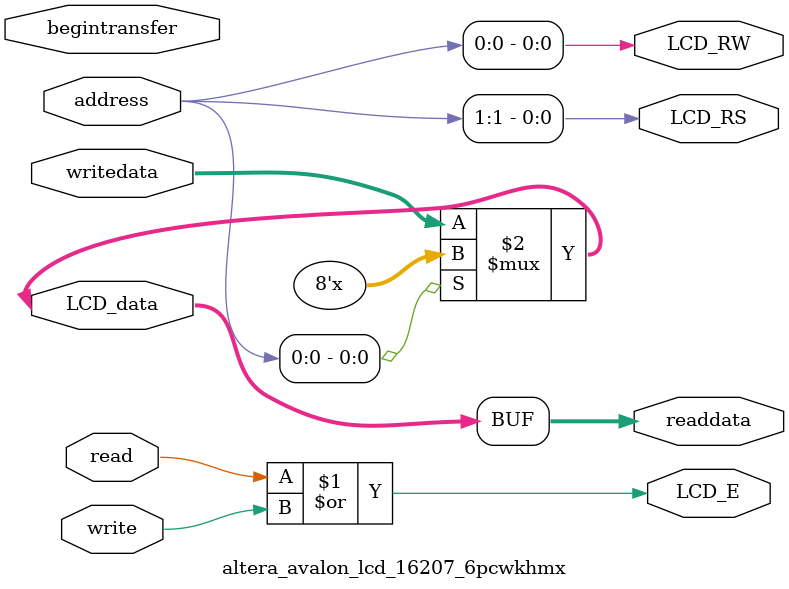
<source format=v>

`timescale 1ns / 1ps
// synthesis translate_on

// turn off superfluous verilog processor warnings 
// altera message_level Level1 
// altera message_off 10034 10035 10036 10037 10230 10240 10030 

module altera_avalon_lcd_16207_6pcwkhmx (
                                          // inputs:
                                           address,
                                           begintransfer,
                                           read,
                                           write,
                                           writedata,

                                          // outputs:
                                           LCD_E,
                                           LCD_RS,
                                           LCD_RW,
                                           LCD_data,
                                           readdata
                                        )
;

  output           LCD_E;
  output           LCD_RS;
  output           LCD_RW;
  inout   [  7: 0] LCD_data;
  output  [  7: 0] readdata;
  input   [  1: 0] address;
  input            begintransfer;
  input            read;
  input            write;
  input   [  7: 0] writedata;

  wire             LCD_E;
  wire             LCD_RS;
  wire             LCD_RW;
  wire    [  7: 0] LCD_data;
  wire    [  7: 0] readdata;
  assign LCD_RW = address[0];
  assign LCD_RS = address[1];
  assign LCD_E = read | write;
  assign LCD_data = (address[0]) ? 8'bz : writedata;
  assign readdata = LCD_data;
  //control_slave, which is an e_avalon_slave

endmodule


</source>
